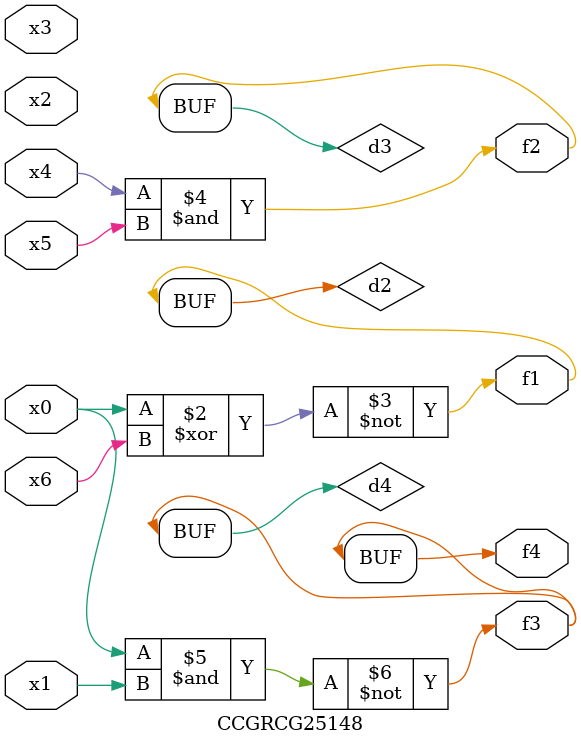
<source format=v>
module CCGRCG25148(
	input x0, x1, x2, x3, x4, x5, x6,
	output f1, f2, f3, f4
);

	wire d1, d2, d3, d4;

	nor (d1, x0);
	xnor (d2, x0, x6);
	and (d3, x4, x5);
	nand (d4, x0, x1);
	assign f1 = d2;
	assign f2 = d3;
	assign f3 = d4;
	assign f4 = d4;
endmodule

</source>
